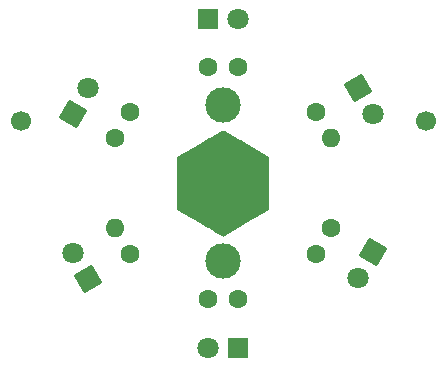
<source format=gts>
%TF.GenerationSoftware,KiCad,Pcbnew,(6.0.2)*%
%TF.CreationDate,2022-03-14T21:43:42+00:00*%
%TF.ProjectId,snowflake-brooch,736e6f77-666c-4616-9b65-2d62726f6f63,rev?*%
%TF.SameCoordinates,Original*%
%TF.FileFunction,Soldermask,Top*%
%TF.FilePolarity,Negative*%
%FSLAX46Y46*%
G04 Gerber Fmt 4.6, Leading zero omitted, Abs format (unit mm)*
G04 Created by KiCad (PCBNEW (6.0.2)) date 2022-03-14 21:43:42*
%MOMM*%
%LPD*%
G01*
G04 APERTURE LIST*
G04 Aperture macros list*
%AMHorizOval*
0 Thick line with rounded ends*
0 $1 width*
0 $2 $3 position (X,Y) of the first rounded end (center of the circle)*
0 $4 $5 position (X,Y) of the second rounded end (center of the circle)*
0 Add line between two ends*
20,1,$1,$2,$3,$4,$5,0*
0 Add two circle primitives to create the rounded ends*
1,1,$1,$2,$3*
1,1,$1,$4,$5*%
%AMRotRect*
0 Rectangle, with rotation*
0 The origin of the aperture is its center*
0 $1 length*
0 $2 width*
0 $3 Rotation angle, in degrees counterclockwise*
0 Add horizontal line*
21,1,$1,$2,0,0,$3*%
G04 Aperture macros list end*
%ADD10RotRect,1.800000X1.800000X300.000000*%
%ADD11C,1.800000*%
%ADD12C,1.700000*%
%ADD13C,3.000000*%
%ADD14HorizOval,1.600000X0.000000X0.000000X0.000000X0.000000X0*%
%ADD15C,1.600000*%
%ADD16O,1.600000X1.600000*%
%ADD17HorizOval,1.600000X0.000000X0.000000X0.000000X0.000000X0*%
%ADD18HorizOval,1.600000X0.000000X0.000000X0.000000X0.000000X0*%
%ADD19HorizOval,1.600000X0.000000X0.000000X0.000000X0.000000X0*%
%ADD20RotRect,1.800000X1.800000X60.000000*%
%ADD21RotRect,1.800000X1.800000X120.000000*%
%ADD22R,1.800000X1.800000*%
%ADD23RotRect,1.800000X1.800000X240.000000*%
G04 APERTURE END LIST*
%TO.C,G\u002A\u002A\u002A*%
G36*
X144813924Y-71738399D02*
G01*
X144869325Y-71768507D01*
X144956547Y-71817079D01*
X145073166Y-71882735D01*
X145216759Y-71964092D01*
X145384901Y-72059770D01*
X145575169Y-72168386D01*
X145785140Y-72288561D01*
X146012390Y-72418912D01*
X146254495Y-72558058D01*
X146509032Y-72704618D01*
X146757707Y-72848048D01*
X148699290Y-73968834D01*
X148693899Y-76223272D01*
X148688508Y-78477711D01*
X146750142Y-79597030D01*
X146486403Y-79749200D01*
X146232851Y-79895245D01*
X145991909Y-80033782D01*
X145765999Y-80163430D01*
X145557542Y-80282808D01*
X145368960Y-80390533D01*
X145202676Y-80485224D01*
X145061111Y-80565500D01*
X144946687Y-80629978D01*
X144861826Y-80677278D01*
X144808949Y-80706018D01*
X144790593Y-80714878D01*
X144769728Y-80704294D01*
X144714619Y-80673876D01*
X144627693Y-80625010D01*
X144511375Y-80559084D01*
X144368092Y-80477487D01*
X144200269Y-80381607D01*
X144010334Y-80272830D01*
X143800712Y-80152544D01*
X143573829Y-80022139D01*
X143332112Y-79883000D01*
X143077986Y-79736516D01*
X142837068Y-79597469D01*
X140904729Y-78481530D01*
X140903999Y-76222483D01*
X140903270Y-73963437D01*
X142836339Y-72846223D01*
X143099745Y-72694106D01*
X143352998Y-72548080D01*
X143593670Y-72409535D01*
X143819333Y-72279857D01*
X144027558Y-72160435D01*
X144215918Y-72052656D01*
X144381983Y-71957907D01*
X144523326Y-71877578D01*
X144637519Y-71813055D01*
X144722132Y-71765726D01*
X144774738Y-71736978D01*
X144792766Y-71728136D01*
X144813924Y-71738399D01*
G37*
%TD*%
D10*
%TO.C,D2*%
X156207500Y-68110818D03*
D11*
X157477500Y-70310523D03*
%TD*%
D12*
%TO.C,J2*%
X127635000Y-70942200D03*
%TD*%
%TO.C,J1*%
X161925000Y-70942200D03*
%TD*%
D13*
%TO.C,BT1*%
X144780000Y-69600000D03*
X144780000Y-82800000D03*
%TD*%
D14*
%TO.C,R1*%
X146052443Y-66370200D03*
D15*
X152651557Y-70180200D03*
%TD*%
D16*
%TO.C,R2*%
X153924000Y-72390000D03*
D15*
X153924000Y-80010000D03*
%TD*%
%TO.C,R3*%
X146052444Y-86029800D03*
D17*
X152651558Y-82219800D03*
%TD*%
D15*
%TO.C,R4*%
X136908444Y-82219800D03*
D18*
X143507558Y-86029800D03*
%TD*%
D15*
%TO.C,R5*%
X135636000Y-72390000D03*
D16*
X135636000Y-80010000D03*
%TD*%
D15*
%TO.C,R6*%
X143507557Y-66370200D03*
D19*
X136908443Y-70180200D03*
%TD*%
D20*
%TO.C,D6*%
X132077500Y-70319183D03*
D11*
X133347500Y-68119478D03*
%TD*%
D21*
%TO.C,D5*%
X133352500Y-84289183D03*
D11*
X132082500Y-82089478D03*
%TD*%
D22*
%TO.C,D4*%
X146050000Y-90119200D03*
D11*
X143510000Y-90119200D03*
%TD*%
D23*
%TO.C,D3*%
X157480000Y-82042000D03*
D11*
X156210000Y-84241705D03*
%TD*%
D22*
%TO.C,D1*%
X143510000Y-62280800D03*
D11*
X146050000Y-62280800D03*
%TD*%
M02*

</source>
